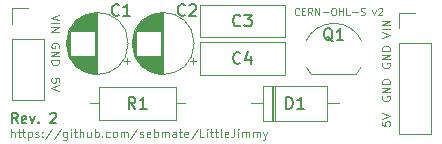
<source format=gbr>
%TF.GenerationSoftware,KiCad,Pcbnew,6.0.11+dfsg-1*%
%TF.CreationDate,2023-08-03T16:56:02+02:00*%
%TF.ProjectId,LittleJimmy,4c697474-6c65-44a6-996d-6d792e6b6963,2*%
%TF.SameCoordinates,Original*%
%TF.FileFunction,Legend,Top*%
%TF.FilePolarity,Positive*%
%FSLAX46Y46*%
G04 Gerber Fmt 4.6, Leading zero omitted, Abs format (unit mm)*
G04 Created by KiCad (PCBNEW 6.0.11+dfsg-1) date 2023-08-03 16:56:02*
%MOMM*%
%LPD*%
G01*
G04 APERTURE LIST*
%ADD10C,0.100000*%
%ADD11C,0.150000*%
%ADD12C,0.120000*%
G04 APERTURE END LIST*
D10*
X81023666Y-31881666D02*
X81723666Y-31648333D01*
X81023666Y-31415000D01*
X81723666Y-31181666D02*
X81023666Y-31181666D01*
X81723666Y-30848333D02*
X81023666Y-30848333D01*
X81723666Y-30448333D01*
X81023666Y-30448333D01*
X49635333Y-40321666D02*
X49635333Y-39621666D01*
X49935333Y-40321666D02*
X49935333Y-39955000D01*
X49902000Y-39888333D01*
X49835333Y-39855000D01*
X49735333Y-39855000D01*
X49668666Y-39888333D01*
X49635333Y-39921666D01*
X50168666Y-39855000D02*
X50435333Y-39855000D01*
X50268666Y-39621666D02*
X50268666Y-40221666D01*
X50302000Y-40288333D01*
X50368666Y-40321666D01*
X50435333Y-40321666D01*
X50568666Y-39855000D02*
X50835333Y-39855000D01*
X50668666Y-39621666D02*
X50668666Y-40221666D01*
X50702000Y-40288333D01*
X50768666Y-40321666D01*
X50835333Y-40321666D01*
X51068666Y-39855000D02*
X51068666Y-40555000D01*
X51068666Y-39888333D02*
X51135333Y-39855000D01*
X51268666Y-39855000D01*
X51335333Y-39888333D01*
X51368666Y-39921666D01*
X51402000Y-39988333D01*
X51402000Y-40188333D01*
X51368666Y-40255000D01*
X51335333Y-40288333D01*
X51268666Y-40321666D01*
X51135333Y-40321666D01*
X51068666Y-40288333D01*
X51668666Y-40288333D02*
X51735333Y-40321666D01*
X51868666Y-40321666D01*
X51935333Y-40288333D01*
X51968666Y-40221666D01*
X51968666Y-40188333D01*
X51935333Y-40121666D01*
X51868666Y-40088333D01*
X51768666Y-40088333D01*
X51702000Y-40055000D01*
X51668666Y-39988333D01*
X51668666Y-39955000D01*
X51702000Y-39888333D01*
X51768666Y-39855000D01*
X51868666Y-39855000D01*
X51935333Y-39888333D01*
X52268666Y-40255000D02*
X52302000Y-40288333D01*
X52268666Y-40321666D01*
X52235333Y-40288333D01*
X52268666Y-40255000D01*
X52268666Y-40321666D01*
X52268666Y-39888333D02*
X52302000Y-39921666D01*
X52268666Y-39955000D01*
X52235333Y-39921666D01*
X52268666Y-39888333D01*
X52268666Y-39955000D01*
X53102000Y-39588333D02*
X52502000Y-40488333D01*
X53835333Y-39588333D02*
X53235333Y-40488333D01*
X54368666Y-39855000D02*
X54368666Y-40421666D01*
X54335333Y-40488333D01*
X54302000Y-40521666D01*
X54235333Y-40555000D01*
X54135333Y-40555000D01*
X54068666Y-40521666D01*
X54368666Y-40288333D02*
X54302000Y-40321666D01*
X54168666Y-40321666D01*
X54102000Y-40288333D01*
X54068666Y-40255000D01*
X54035333Y-40188333D01*
X54035333Y-39988333D01*
X54068666Y-39921666D01*
X54102000Y-39888333D01*
X54168666Y-39855000D01*
X54302000Y-39855000D01*
X54368666Y-39888333D01*
X54702000Y-40321666D02*
X54702000Y-39855000D01*
X54702000Y-39621666D02*
X54668666Y-39655000D01*
X54702000Y-39688333D01*
X54735333Y-39655000D01*
X54702000Y-39621666D01*
X54702000Y-39688333D01*
X54935333Y-39855000D02*
X55202000Y-39855000D01*
X55035333Y-39621666D02*
X55035333Y-40221666D01*
X55068666Y-40288333D01*
X55135333Y-40321666D01*
X55202000Y-40321666D01*
X55435333Y-40321666D02*
X55435333Y-39621666D01*
X55735333Y-40321666D02*
X55735333Y-39955000D01*
X55702000Y-39888333D01*
X55635333Y-39855000D01*
X55535333Y-39855000D01*
X55468666Y-39888333D01*
X55435333Y-39921666D01*
X56368666Y-39855000D02*
X56368666Y-40321666D01*
X56068666Y-39855000D02*
X56068666Y-40221666D01*
X56102000Y-40288333D01*
X56168666Y-40321666D01*
X56268666Y-40321666D01*
X56335333Y-40288333D01*
X56368666Y-40255000D01*
X56702000Y-40321666D02*
X56702000Y-39621666D01*
X56702000Y-39888333D02*
X56768666Y-39855000D01*
X56902000Y-39855000D01*
X56968666Y-39888333D01*
X57002000Y-39921666D01*
X57035333Y-39988333D01*
X57035333Y-40188333D01*
X57002000Y-40255000D01*
X56968666Y-40288333D01*
X56902000Y-40321666D01*
X56768666Y-40321666D01*
X56702000Y-40288333D01*
X57335333Y-40255000D02*
X57368666Y-40288333D01*
X57335333Y-40321666D01*
X57301999Y-40288333D01*
X57335333Y-40255000D01*
X57335333Y-40321666D01*
X57968666Y-40288333D02*
X57902000Y-40321666D01*
X57768666Y-40321666D01*
X57701999Y-40288333D01*
X57668666Y-40255000D01*
X57635333Y-40188333D01*
X57635333Y-39988333D01*
X57668666Y-39921666D01*
X57701999Y-39888333D01*
X57768666Y-39855000D01*
X57902000Y-39855000D01*
X57968666Y-39888333D01*
X58368666Y-40321666D02*
X58302000Y-40288333D01*
X58268666Y-40255000D01*
X58235333Y-40188333D01*
X58235333Y-39988333D01*
X58268666Y-39921666D01*
X58302000Y-39888333D01*
X58368666Y-39855000D01*
X58468666Y-39855000D01*
X58535333Y-39888333D01*
X58568666Y-39921666D01*
X58602000Y-39988333D01*
X58602000Y-40188333D01*
X58568666Y-40255000D01*
X58535333Y-40288333D01*
X58468666Y-40321666D01*
X58368666Y-40321666D01*
X58902000Y-40321666D02*
X58902000Y-39855000D01*
X58902000Y-39921666D02*
X58935333Y-39888333D01*
X59002000Y-39855000D01*
X59102000Y-39855000D01*
X59168666Y-39888333D01*
X59202000Y-39955000D01*
X59202000Y-40321666D01*
X59202000Y-39955000D02*
X59235333Y-39888333D01*
X59302000Y-39855000D01*
X59402000Y-39855000D01*
X59468666Y-39888333D01*
X59502000Y-39955000D01*
X59502000Y-40321666D01*
X60335333Y-39588333D02*
X59735333Y-40488333D01*
X60535333Y-40288333D02*
X60602000Y-40321666D01*
X60735333Y-40321666D01*
X60802000Y-40288333D01*
X60835333Y-40221666D01*
X60835333Y-40188333D01*
X60802000Y-40121666D01*
X60735333Y-40088333D01*
X60635333Y-40088333D01*
X60568666Y-40055000D01*
X60535333Y-39988333D01*
X60535333Y-39955000D01*
X60568666Y-39888333D01*
X60635333Y-39855000D01*
X60735333Y-39855000D01*
X60802000Y-39888333D01*
X61402000Y-40288333D02*
X61335333Y-40321666D01*
X61202000Y-40321666D01*
X61135333Y-40288333D01*
X61102000Y-40221666D01*
X61102000Y-39955000D01*
X61135333Y-39888333D01*
X61202000Y-39855000D01*
X61335333Y-39855000D01*
X61402000Y-39888333D01*
X61435333Y-39955000D01*
X61435333Y-40021666D01*
X61102000Y-40088333D01*
X61735333Y-40321666D02*
X61735333Y-39621666D01*
X61735333Y-39888333D02*
X61802000Y-39855000D01*
X61935333Y-39855000D01*
X62002000Y-39888333D01*
X62035333Y-39921666D01*
X62068666Y-39988333D01*
X62068666Y-40188333D01*
X62035333Y-40255000D01*
X62002000Y-40288333D01*
X61935333Y-40321666D01*
X61802000Y-40321666D01*
X61735333Y-40288333D01*
X62368666Y-40321666D02*
X62368666Y-39855000D01*
X62368666Y-39921666D02*
X62402000Y-39888333D01*
X62468666Y-39855000D01*
X62568666Y-39855000D01*
X62635333Y-39888333D01*
X62668666Y-39955000D01*
X62668666Y-40321666D01*
X62668666Y-39955000D02*
X62702000Y-39888333D01*
X62768666Y-39855000D01*
X62868666Y-39855000D01*
X62935333Y-39888333D01*
X62968666Y-39955000D01*
X62968666Y-40321666D01*
X63602000Y-40321666D02*
X63602000Y-39955000D01*
X63568666Y-39888333D01*
X63502000Y-39855000D01*
X63368666Y-39855000D01*
X63302000Y-39888333D01*
X63602000Y-40288333D02*
X63535333Y-40321666D01*
X63368666Y-40321666D01*
X63302000Y-40288333D01*
X63268666Y-40221666D01*
X63268666Y-40155000D01*
X63302000Y-40088333D01*
X63368666Y-40055000D01*
X63535333Y-40055000D01*
X63602000Y-40021666D01*
X63835333Y-39855000D02*
X64102000Y-39855000D01*
X63935333Y-39621666D02*
X63935333Y-40221666D01*
X63968666Y-40288333D01*
X64035333Y-40321666D01*
X64102000Y-40321666D01*
X64602000Y-40288333D02*
X64535333Y-40321666D01*
X64402000Y-40321666D01*
X64335333Y-40288333D01*
X64302000Y-40221666D01*
X64302000Y-39955000D01*
X64335333Y-39888333D01*
X64402000Y-39855000D01*
X64535333Y-39855000D01*
X64602000Y-39888333D01*
X64635333Y-39955000D01*
X64635333Y-40021666D01*
X64302000Y-40088333D01*
X65435333Y-39588333D02*
X64835333Y-40488333D01*
X66002000Y-40321666D02*
X65668666Y-40321666D01*
X65668666Y-39621666D01*
X66235333Y-40321666D02*
X66235333Y-39855000D01*
X66235333Y-39621666D02*
X66202000Y-39655000D01*
X66235333Y-39688333D01*
X66268666Y-39655000D01*
X66235333Y-39621666D01*
X66235333Y-39688333D01*
X66468666Y-39855000D02*
X66735333Y-39855000D01*
X66568666Y-39621666D02*
X66568666Y-40221666D01*
X66602000Y-40288333D01*
X66668666Y-40321666D01*
X66735333Y-40321666D01*
X66868666Y-39855000D02*
X67135333Y-39855000D01*
X66968666Y-39621666D02*
X66968666Y-40221666D01*
X67002000Y-40288333D01*
X67068666Y-40321666D01*
X67135333Y-40321666D01*
X67468666Y-40321666D02*
X67402000Y-40288333D01*
X67368666Y-40221666D01*
X67368666Y-39621666D01*
X68002000Y-40288333D02*
X67935333Y-40321666D01*
X67802000Y-40321666D01*
X67735333Y-40288333D01*
X67702000Y-40221666D01*
X67702000Y-39955000D01*
X67735333Y-39888333D01*
X67802000Y-39855000D01*
X67935333Y-39855000D01*
X68002000Y-39888333D01*
X68035333Y-39955000D01*
X68035333Y-40021666D01*
X67702000Y-40088333D01*
X68535333Y-39621666D02*
X68535333Y-40121666D01*
X68502000Y-40221666D01*
X68435333Y-40288333D01*
X68335333Y-40321666D01*
X68268666Y-40321666D01*
X68868666Y-40321666D02*
X68868666Y-39855000D01*
X68868666Y-39621666D02*
X68835333Y-39655000D01*
X68868666Y-39688333D01*
X68902000Y-39655000D01*
X68868666Y-39621666D01*
X68868666Y-39688333D01*
X69202000Y-40321666D02*
X69202000Y-39855000D01*
X69202000Y-39921666D02*
X69235333Y-39888333D01*
X69302000Y-39855000D01*
X69402000Y-39855000D01*
X69468666Y-39888333D01*
X69502000Y-39955000D01*
X69502000Y-40321666D01*
X69502000Y-39955000D02*
X69535333Y-39888333D01*
X69602000Y-39855000D01*
X69702000Y-39855000D01*
X69768666Y-39888333D01*
X69802000Y-39955000D01*
X69802000Y-40321666D01*
X70135333Y-40321666D02*
X70135333Y-39855000D01*
X70135333Y-39921666D02*
X70168666Y-39888333D01*
X70235333Y-39855000D01*
X70335333Y-39855000D01*
X70402000Y-39888333D01*
X70435333Y-39955000D01*
X70435333Y-40321666D01*
X70435333Y-39955000D02*
X70468666Y-39888333D01*
X70535333Y-39855000D01*
X70635333Y-39855000D01*
X70702000Y-39888333D01*
X70735333Y-39955000D01*
X70735333Y-40321666D01*
X71002000Y-39855000D02*
X71168666Y-40321666D01*
X71335333Y-39855000D02*
X71168666Y-40321666D01*
X71102000Y-40488333D01*
X71068666Y-40521666D01*
X71002000Y-40555000D01*
D11*
X50206047Y-39119523D02*
X49922714Y-38714761D01*
X49720333Y-39119523D02*
X49720333Y-38269523D01*
X50044142Y-38269523D01*
X50125095Y-38310000D01*
X50165571Y-38350476D01*
X50206047Y-38431428D01*
X50206047Y-38552857D01*
X50165571Y-38633809D01*
X50125095Y-38674285D01*
X50044142Y-38714761D01*
X49720333Y-38714761D01*
X50894142Y-39079047D02*
X50813190Y-39119523D01*
X50651285Y-39119523D01*
X50570333Y-39079047D01*
X50529857Y-38998095D01*
X50529857Y-38674285D01*
X50570333Y-38593333D01*
X50651285Y-38552857D01*
X50813190Y-38552857D01*
X50894142Y-38593333D01*
X50934619Y-38674285D01*
X50934619Y-38755238D01*
X50529857Y-38836190D01*
X51217952Y-38552857D02*
X51420333Y-39119523D01*
X51622714Y-38552857D01*
X51946523Y-39038571D02*
X51987000Y-39079047D01*
X51946523Y-39119523D01*
X51906047Y-39079047D01*
X51946523Y-39038571D01*
X51946523Y-39119523D01*
X52958428Y-38350476D02*
X52998904Y-38310000D01*
X53079857Y-38269523D01*
X53282238Y-38269523D01*
X53363190Y-38310000D01*
X53403666Y-38350476D01*
X53444142Y-38431428D01*
X53444142Y-38512380D01*
X53403666Y-38633809D01*
X52917952Y-39119523D01*
X53444142Y-39119523D01*
D10*
X53723333Y-35680666D02*
X53723333Y-35347333D01*
X53390000Y-35314000D01*
X53423333Y-35347333D01*
X53456666Y-35414000D01*
X53456666Y-35580666D01*
X53423333Y-35647333D01*
X53390000Y-35680666D01*
X53323333Y-35714000D01*
X53156666Y-35714000D01*
X53090000Y-35680666D01*
X53056666Y-35647333D01*
X53023333Y-35580666D01*
X53023333Y-35414000D01*
X53056666Y-35347333D01*
X53090000Y-35314000D01*
X53723333Y-35914000D02*
X53023333Y-36147333D01*
X53723333Y-36380666D01*
X81057000Y-36855333D02*
X81023666Y-36922000D01*
X81023666Y-37022000D01*
X81057000Y-37122000D01*
X81123666Y-37188666D01*
X81190333Y-37222000D01*
X81323666Y-37255333D01*
X81423666Y-37255333D01*
X81557000Y-37222000D01*
X81623666Y-37188666D01*
X81690333Y-37122000D01*
X81723666Y-37022000D01*
X81723666Y-36955333D01*
X81690333Y-36855333D01*
X81657000Y-36822000D01*
X81423666Y-36822000D01*
X81423666Y-36955333D01*
X81723666Y-36522000D02*
X81023666Y-36522000D01*
X81723666Y-36122000D01*
X81023666Y-36122000D01*
X81723666Y-35788666D02*
X81023666Y-35788666D01*
X81023666Y-35622000D01*
X81057000Y-35522000D01*
X81123666Y-35455333D01*
X81190333Y-35422000D01*
X81323666Y-35388666D01*
X81423666Y-35388666D01*
X81557000Y-35422000D01*
X81623666Y-35455333D01*
X81690333Y-35522000D01*
X81723666Y-35622000D01*
X81723666Y-35788666D01*
X74000142Y-29932285D02*
X73971571Y-29960857D01*
X73885857Y-29989428D01*
X73828714Y-29989428D01*
X73743000Y-29960857D01*
X73685857Y-29903714D01*
X73657285Y-29846571D01*
X73628714Y-29732285D01*
X73628714Y-29646571D01*
X73657285Y-29532285D01*
X73685857Y-29475142D01*
X73743000Y-29418000D01*
X73828714Y-29389428D01*
X73885857Y-29389428D01*
X73971571Y-29418000D01*
X74000142Y-29446571D01*
X74257285Y-29675142D02*
X74457285Y-29675142D01*
X74543000Y-29989428D02*
X74257285Y-29989428D01*
X74257285Y-29389428D01*
X74543000Y-29389428D01*
X75143000Y-29989428D02*
X74943000Y-29703714D01*
X74800142Y-29989428D02*
X74800142Y-29389428D01*
X75028714Y-29389428D01*
X75085857Y-29418000D01*
X75114428Y-29446571D01*
X75143000Y-29503714D01*
X75143000Y-29589428D01*
X75114428Y-29646571D01*
X75085857Y-29675142D01*
X75028714Y-29703714D01*
X74800142Y-29703714D01*
X75400142Y-29989428D02*
X75400142Y-29389428D01*
X75743000Y-29989428D01*
X75743000Y-29389428D01*
X76028714Y-29760857D02*
X76485857Y-29760857D01*
X76885857Y-29389428D02*
X77000142Y-29389428D01*
X77057285Y-29418000D01*
X77114428Y-29475142D01*
X77143000Y-29589428D01*
X77143000Y-29789428D01*
X77114428Y-29903714D01*
X77057285Y-29960857D01*
X77000142Y-29989428D01*
X76885857Y-29989428D01*
X76828714Y-29960857D01*
X76771571Y-29903714D01*
X76743000Y-29789428D01*
X76743000Y-29589428D01*
X76771571Y-29475142D01*
X76828714Y-29418000D01*
X76885857Y-29389428D01*
X77400142Y-29989428D02*
X77400142Y-29389428D01*
X77400142Y-29675142D02*
X77743000Y-29675142D01*
X77743000Y-29989428D02*
X77743000Y-29389428D01*
X78314428Y-29989428D02*
X78028714Y-29989428D01*
X78028714Y-29389428D01*
X78514428Y-29760857D02*
X78971571Y-29760857D01*
X79228714Y-29960857D02*
X79314428Y-29989428D01*
X79457285Y-29989428D01*
X79514428Y-29960857D01*
X79543000Y-29932285D01*
X79571571Y-29875142D01*
X79571571Y-29818000D01*
X79543000Y-29760857D01*
X79514428Y-29732285D01*
X79457285Y-29703714D01*
X79343000Y-29675142D01*
X79285857Y-29646571D01*
X79257285Y-29618000D01*
X79228714Y-29560857D01*
X79228714Y-29503714D01*
X79257285Y-29446571D01*
X79285857Y-29418000D01*
X79343000Y-29389428D01*
X79485857Y-29389428D01*
X79571571Y-29418000D01*
X80228714Y-29589428D02*
X80371571Y-29989428D01*
X80514428Y-29589428D01*
X80714428Y-29446571D02*
X80743000Y-29418000D01*
X80800142Y-29389428D01*
X80943000Y-29389428D01*
X81000142Y-29418000D01*
X81028714Y-29446571D01*
X81057285Y-29503714D01*
X81057285Y-29560857D01*
X81028714Y-29646571D01*
X80685857Y-29989428D01*
X81057285Y-29989428D01*
X53723333Y-29967333D02*
X53023333Y-30200666D01*
X53723333Y-30434000D01*
X53023333Y-30667333D02*
X53723333Y-30667333D01*
X53023333Y-31000666D02*
X53723333Y-31000666D01*
X53023333Y-31400666D01*
X53723333Y-31400666D01*
X81057000Y-34061333D02*
X81023666Y-34128000D01*
X81023666Y-34228000D01*
X81057000Y-34328000D01*
X81123666Y-34394666D01*
X81190333Y-34428000D01*
X81323666Y-34461333D01*
X81423666Y-34461333D01*
X81557000Y-34428000D01*
X81623666Y-34394666D01*
X81690333Y-34328000D01*
X81723666Y-34228000D01*
X81723666Y-34161333D01*
X81690333Y-34061333D01*
X81657000Y-34028000D01*
X81423666Y-34028000D01*
X81423666Y-34161333D01*
X81723666Y-33728000D02*
X81023666Y-33728000D01*
X81723666Y-33328000D01*
X81023666Y-33328000D01*
X81723666Y-32994666D02*
X81023666Y-32994666D01*
X81023666Y-32828000D01*
X81057000Y-32728000D01*
X81123666Y-32661333D01*
X81190333Y-32628000D01*
X81323666Y-32594666D01*
X81423666Y-32594666D01*
X81557000Y-32628000D01*
X81623666Y-32661333D01*
X81690333Y-32728000D01*
X81723666Y-32828000D01*
X81723666Y-32994666D01*
X81023666Y-38995333D02*
X81023666Y-39328666D01*
X81357000Y-39362000D01*
X81323666Y-39328666D01*
X81290333Y-39262000D01*
X81290333Y-39095333D01*
X81323666Y-39028666D01*
X81357000Y-38995333D01*
X81423666Y-38962000D01*
X81590333Y-38962000D01*
X81657000Y-38995333D01*
X81690333Y-39028666D01*
X81723666Y-39095333D01*
X81723666Y-39262000D01*
X81690333Y-39328666D01*
X81657000Y-39362000D01*
X81023666Y-38762000D02*
X81723666Y-38528666D01*
X81023666Y-38295333D01*
X53690000Y-32740666D02*
X53723333Y-32674000D01*
X53723333Y-32574000D01*
X53690000Y-32474000D01*
X53623333Y-32407333D01*
X53556666Y-32374000D01*
X53423333Y-32340666D01*
X53323333Y-32340666D01*
X53190000Y-32374000D01*
X53123333Y-32407333D01*
X53056666Y-32474000D01*
X53023333Y-32574000D01*
X53023333Y-32640666D01*
X53056666Y-32740666D01*
X53090000Y-32774000D01*
X53323333Y-32774000D01*
X53323333Y-32640666D01*
X53023333Y-33074000D02*
X53723333Y-33074000D01*
X53023333Y-33474000D01*
X53723333Y-33474000D01*
X53023333Y-33807333D02*
X53723333Y-33807333D01*
X53723333Y-33974000D01*
X53690000Y-34074000D01*
X53623333Y-34140666D01*
X53556666Y-34174000D01*
X53423333Y-34207333D01*
X53323333Y-34207333D01*
X53190000Y-34174000D01*
X53123333Y-34140666D01*
X53056666Y-34074000D01*
X53023333Y-33974000D01*
X53023333Y-33807333D01*
D11*
%TO.C,Q1*%
X76866761Y-32191619D02*
X76771523Y-32144000D01*
X76676285Y-32048761D01*
X76533428Y-31905904D01*
X76438190Y-31858285D01*
X76342952Y-31858285D01*
X76390571Y-32096380D02*
X76295333Y-32048761D01*
X76200095Y-31953523D01*
X76152476Y-31763047D01*
X76152476Y-31429714D01*
X76200095Y-31239238D01*
X76295333Y-31144000D01*
X76390571Y-31096380D01*
X76581047Y-31096380D01*
X76676285Y-31144000D01*
X76771523Y-31239238D01*
X76819142Y-31429714D01*
X76819142Y-31763047D01*
X76771523Y-31953523D01*
X76676285Y-32048761D01*
X76581047Y-32096380D01*
X76390571Y-32096380D01*
X77771523Y-32096380D02*
X77200095Y-32096380D01*
X77485809Y-32096380D02*
X77485809Y-31096380D01*
X77390571Y-31239238D01*
X77295333Y-31334476D01*
X77200095Y-31382095D01*
%TO.C,C1*%
X58761333Y-29948142D02*
X58713714Y-29995761D01*
X58570857Y-30043380D01*
X58475619Y-30043380D01*
X58332761Y-29995761D01*
X58237523Y-29900523D01*
X58189904Y-29805285D01*
X58142285Y-29614809D01*
X58142285Y-29471952D01*
X58189904Y-29281476D01*
X58237523Y-29186238D01*
X58332761Y-29091000D01*
X58475619Y-29043380D01*
X58570857Y-29043380D01*
X58713714Y-29091000D01*
X58761333Y-29138619D01*
X59713714Y-30043380D02*
X59142285Y-30043380D01*
X59428000Y-30043380D02*
X59428000Y-29043380D01*
X59332761Y-29186238D01*
X59237523Y-29281476D01*
X59142285Y-29329095D01*
%TO.C,C3*%
X69048333Y-30837142D02*
X69000714Y-30884761D01*
X68857857Y-30932380D01*
X68762619Y-30932380D01*
X68619761Y-30884761D01*
X68524523Y-30789523D01*
X68476904Y-30694285D01*
X68429285Y-30503809D01*
X68429285Y-30360952D01*
X68476904Y-30170476D01*
X68524523Y-30075238D01*
X68619761Y-29980000D01*
X68762619Y-29932380D01*
X68857857Y-29932380D01*
X69000714Y-29980000D01*
X69048333Y-30027619D01*
X69381666Y-29932380D02*
X70000714Y-29932380D01*
X69667380Y-30313333D01*
X69810238Y-30313333D01*
X69905476Y-30360952D01*
X69953095Y-30408571D01*
X70000714Y-30503809D01*
X70000714Y-30741904D01*
X69953095Y-30837142D01*
X69905476Y-30884761D01*
X69810238Y-30932380D01*
X69524523Y-30932380D01*
X69429285Y-30884761D01*
X69381666Y-30837142D01*
%TO.C,C4*%
X69048333Y-34012142D02*
X69000714Y-34059761D01*
X68857857Y-34107380D01*
X68762619Y-34107380D01*
X68619761Y-34059761D01*
X68524523Y-33964523D01*
X68476904Y-33869285D01*
X68429285Y-33678809D01*
X68429285Y-33535952D01*
X68476904Y-33345476D01*
X68524523Y-33250238D01*
X68619761Y-33155000D01*
X68762619Y-33107380D01*
X68857857Y-33107380D01*
X69000714Y-33155000D01*
X69048333Y-33202619D01*
X69905476Y-33440714D02*
X69905476Y-34107380D01*
X69667380Y-33059761D02*
X69429285Y-33774047D01*
X70048333Y-33774047D01*
%TO.C,D1*%
X72921904Y-37917380D02*
X72921904Y-36917380D01*
X73160000Y-36917380D01*
X73302857Y-36965000D01*
X73398095Y-37060238D01*
X73445714Y-37155476D01*
X73493333Y-37345952D01*
X73493333Y-37488809D01*
X73445714Y-37679285D01*
X73398095Y-37774523D01*
X73302857Y-37869761D01*
X73160000Y-37917380D01*
X72921904Y-37917380D01*
X74445714Y-37917380D02*
X73874285Y-37917380D01*
X74160000Y-37917380D02*
X74160000Y-36917380D01*
X74064761Y-37060238D01*
X73969523Y-37155476D01*
X73874285Y-37203095D01*
%TO.C,R1*%
X60158333Y-37917380D02*
X59825000Y-37441190D01*
X59586904Y-37917380D02*
X59586904Y-36917380D01*
X59967857Y-36917380D01*
X60063095Y-36965000D01*
X60110714Y-37012619D01*
X60158333Y-37107857D01*
X60158333Y-37250714D01*
X60110714Y-37345952D01*
X60063095Y-37393571D01*
X59967857Y-37441190D01*
X59586904Y-37441190D01*
X61110714Y-37917380D02*
X60539285Y-37917380D01*
X60825000Y-37917380D02*
X60825000Y-36917380D01*
X60729761Y-37060238D01*
X60634523Y-37155476D01*
X60539285Y-37203095D01*
%TO.C,C2*%
X64349333Y-29948142D02*
X64301714Y-29995761D01*
X64158857Y-30043380D01*
X64063619Y-30043380D01*
X63920761Y-29995761D01*
X63825523Y-29900523D01*
X63777904Y-29805285D01*
X63730285Y-29614809D01*
X63730285Y-29471952D01*
X63777904Y-29281476D01*
X63825523Y-29186238D01*
X63920761Y-29091000D01*
X64063619Y-29043380D01*
X64158857Y-29043380D01*
X64301714Y-29091000D01*
X64349333Y-29138619D01*
X64730285Y-29138619D02*
X64777904Y-29091000D01*
X64873142Y-29043380D01*
X65111238Y-29043380D01*
X65206476Y-29091000D01*
X65254095Y-29138619D01*
X65301714Y-29233857D01*
X65301714Y-29329095D01*
X65254095Y-29471952D01*
X64682666Y-30043380D01*
X65301714Y-30043380D01*
D12*
%TO.C,Q1*%
X75022000Y-34974000D02*
X78872000Y-34974000D01*
X74639369Y-34396045D02*
G75*
G03*
X75022000Y-34974000I2322631J1122045D01*
G01*
X76962000Y-30674000D02*
G75*
G03*
X74605600Y-32175193I0J-2600000D01*
G01*
X78872000Y-34974000D02*
G75*
G03*
X79264383Y-34386264I-1910000J1700000D01*
G01*
X79318400Y-32175193D02*
G75*
G03*
X76962000Y-30674000I-2356400J-1098807D01*
G01*
%TO.C,C1*%
X55164600Y-34286000D02*
X55164600Y-33425000D01*
X54964600Y-31345000D02*
X54964600Y-30686000D01*
X55604600Y-31345000D02*
X55604600Y-30161000D01*
X54364600Y-32903000D02*
X54364600Y-31867000D01*
X54884600Y-31345000D02*
X54884600Y-30780000D01*
X55964600Y-34783000D02*
X55964600Y-33425000D01*
X55004600Y-34128000D02*
X55004600Y-33425000D01*
X55404600Y-34480000D02*
X55404600Y-33425000D01*
X56245600Y-34876000D02*
X56245600Y-33425000D01*
X56685600Y-31345000D02*
X56685600Y-29816000D01*
X56525600Y-34935000D02*
X56525600Y-33425000D01*
X56044600Y-34813000D02*
X56044600Y-33425000D01*
X56405600Y-31345000D02*
X56405600Y-29857000D01*
X54684600Y-31345000D02*
X54684600Y-31066000D01*
X55884600Y-34750000D02*
X55884600Y-33425000D01*
X54404600Y-33062000D02*
X54404600Y-31708000D01*
X55044600Y-34170000D02*
X55044600Y-33425000D01*
X56084600Y-34827000D02*
X56084600Y-33425000D01*
X54804600Y-33885000D02*
X54804600Y-33425000D01*
X54964600Y-34084000D02*
X54964600Y-33425000D01*
X55804600Y-34714000D02*
X55804600Y-33425000D01*
X55124600Y-34249000D02*
X55124600Y-33425000D01*
X54644600Y-33636000D02*
X54644600Y-33425000D01*
X56525600Y-31345000D02*
X56525600Y-29835000D01*
X56445600Y-34921000D02*
X56445600Y-33425000D01*
X55444600Y-31345000D02*
X55444600Y-30263000D01*
X54724600Y-31345000D02*
X54724600Y-31002000D01*
X56445600Y-31345000D02*
X56445600Y-29849000D01*
X54604600Y-33563000D02*
X54604600Y-31207000D01*
X56485600Y-34928000D02*
X56485600Y-33425000D01*
X54884600Y-33990000D02*
X54884600Y-33425000D01*
X55764600Y-31345000D02*
X55764600Y-30075000D01*
X55684600Y-34653000D02*
X55684600Y-33425000D01*
X55284600Y-34389000D02*
X55284600Y-33425000D01*
X56204600Y-31345000D02*
X56204600Y-29905000D01*
X55444600Y-34507000D02*
X55444600Y-33425000D01*
X54764600Y-33828000D02*
X54764600Y-33425000D01*
X55684600Y-31345000D02*
X55684600Y-30117000D01*
X55004600Y-31345000D02*
X55004600Y-30642000D01*
X55644600Y-34632000D02*
X55644600Y-33425000D01*
X55524600Y-31345000D02*
X55524600Y-30210000D01*
X55884600Y-31345000D02*
X55884600Y-30020000D01*
X54764600Y-31345000D02*
X54764600Y-30942000D01*
X55564600Y-34585000D02*
X55564600Y-33425000D01*
X56004600Y-34799000D02*
X56004600Y-33425000D01*
X54924600Y-31345000D02*
X54924600Y-30732000D01*
X56285600Y-34886000D02*
X56285600Y-33425000D01*
X55564600Y-31345000D02*
X55564600Y-30185000D01*
X55164600Y-31345000D02*
X55164600Y-30484000D01*
X56245600Y-31345000D02*
X56245600Y-29894000D01*
X55844600Y-31345000D02*
X55844600Y-30037000D01*
X55324600Y-31345000D02*
X55324600Y-30350000D01*
X55604600Y-34609000D02*
X55604600Y-33425000D01*
X55364600Y-31345000D02*
X55364600Y-30320000D01*
X55244600Y-34356000D02*
X55244600Y-33425000D01*
X55844600Y-34733000D02*
X55844600Y-33425000D01*
X56565600Y-31345000D02*
X56565600Y-29829000D01*
X55524600Y-34560000D02*
X55524600Y-33425000D01*
X55324600Y-34420000D02*
X55324600Y-33425000D01*
X56084600Y-31345000D02*
X56084600Y-29943000D01*
X56805600Y-34963000D02*
X56805600Y-29807000D01*
X56645600Y-31345000D02*
X56645600Y-29820000D01*
X55724600Y-34675000D02*
X55724600Y-33425000D01*
X54484600Y-33300000D02*
X54484600Y-31470000D01*
X56405600Y-34913000D02*
X56405600Y-33425000D01*
X56925600Y-34965000D02*
X56925600Y-29805000D01*
X55404600Y-31345000D02*
X55404600Y-30290000D01*
X56605600Y-34946000D02*
X56605600Y-33425000D01*
X56645600Y-34950000D02*
X56645600Y-33425000D01*
X54324600Y-32669000D02*
X54324600Y-32101000D01*
X55924600Y-31345000D02*
X55924600Y-30003000D01*
X55364600Y-34450000D02*
X55364600Y-33425000D01*
X55244600Y-31345000D02*
X55244600Y-30414000D01*
X55644600Y-31345000D02*
X55644600Y-30138000D01*
X54564600Y-33483000D02*
X54564600Y-31287000D01*
X56124600Y-31345000D02*
X56124600Y-29930000D01*
X54444600Y-33190000D02*
X54444600Y-31580000D01*
X56325600Y-34896000D02*
X56325600Y-33425000D01*
X55204600Y-34322000D02*
X55204600Y-33425000D01*
X56044600Y-31345000D02*
X56044600Y-29957000D01*
X56325600Y-31345000D02*
X56325600Y-29874000D01*
X56765600Y-34961000D02*
X56765600Y-29809000D01*
X56725600Y-34958000D02*
X56725600Y-29812000D01*
X54684600Y-33704000D02*
X54684600Y-33425000D01*
X55484600Y-31345000D02*
X55484600Y-30236000D01*
X59730375Y-33860000D02*
X59230375Y-33860000D01*
X55484600Y-34534000D02*
X55484600Y-33425000D01*
X56885600Y-34965000D02*
X56885600Y-29805000D01*
X56164600Y-34853000D02*
X56164600Y-33425000D01*
X56285600Y-31345000D02*
X56285600Y-29884000D01*
X54924600Y-34038000D02*
X54924600Y-33425000D01*
X55804600Y-31345000D02*
X55804600Y-30056000D01*
X55044600Y-31345000D02*
X55044600Y-30600000D01*
X55284600Y-31345000D02*
X55284600Y-30381000D01*
X54644600Y-31345000D02*
X54644600Y-31134000D01*
X54724600Y-33768000D02*
X54724600Y-33425000D01*
X56365600Y-31345000D02*
X56365600Y-29865000D01*
X55084600Y-31345000D02*
X55084600Y-30559000D01*
X56605600Y-31345000D02*
X56605600Y-29824000D01*
X56204600Y-34865000D02*
X56204600Y-33425000D01*
X55964600Y-31345000D02*
X55964600Y-29987000D01*
X54844600Y-31345000D02*
X54844600Y-30831000D01*
X55204600Y-31345000D02*
X55204600Y-30448000D01*
X55924600Y-34767000D02*
X55924600Y-33425000D01*
X59480375Y-34110000D02*
X59480375Y-33610000D01*
X54844600Y-33939000D02*
X54844600Y-33425000D01*
X56565600Y-34941000D02*
X56565600Y-33425000D01*
X56845600Y-34964000D02*
X56845600Y-29806000D01*
X55764600Y-34695000D02*
X55764600Y-33425000D01*
X54524600Y-33396000D02*
X54524600Y-31374000D01*
X55084600Y-34211000D02*
X55084600Y-33425000D01*
X56164600Y-31345000D02*
X56164600Y-29917000D01*
X56365600Y-34905000D02*
X56365600Y-33425000D01*
X54804600Y-31345000D02*
X54804600Y-30885000D01*
X56124600Y-34840000D02*
X56124600Y-33425000D01*
X55124600Y-31345000D02*
X55124600Y-30521000D01*
X55724600Y-31345000D02*
X55724600Y-30095000D01*
X56004600Y-31345000D02*
X56004600Y-29971000D01*
X56685600Y-34954000D02*
X56685600Y-33425000D01*
X56485600Y-31345000D02*
X56485600Y-29842000D01*
X59545600Y-32385000D02*
G75*
G03*
X59545600Y-32385000I-2620000J0D01*
G01*
%TO.C,C3*%
X72835000Y-29110000D02*
X72835000Y-31850000D01*
X65595000Y-29110000D02*
X72835000Y-29110000D01*
X65595000Y-29110000D02*
X65595000Y-31850000D01*
X65595000Y-31850000D02*
X72835000Y-31850000D01*
%TO.C,J1*%
X52384000Y-32019000D02*
X52384000Y-37159000D01*
X49724000Y-37159000D02*
X52384000Y-37159000D01*
X49724000Y-29419000D02*
X51054000Y-29419000D01*
X49724000Y-32019000D02*
X49724000Y-37159000D01*
X49724000Y-30749000D02*
X49724000Y-29419000D01*
X49724000Y-32019000D02*
X52384000Y-32019000D01*
%TO.C,C4*%
X65595000Y-35025000D02*
X72835000Y-35025000D01*
X65595000Y-32285000D02*
X72835000Y-32285000D01*
X72835000Y-32285000D02*
X72835000Y-35025000D01*
X65595000Y-32285000D02*
X65595000Y-35025000D01*
%TO.C,D1*%
X69920000Y-37465000D02*
X70940000Y-37465000D01*
X71720000Y-35995000D02*
X71720000Y-38935000D01*
X76380000Y-35995000D02*
X70940000Y-35995000D01*
X76380000Y-38935000D02*
X76380000Y-35995000D01*
X71840000Y-35995000D02*
X71840000Y-38935000D01*
X70940000Y-38935000D02*
X76380000Y-38935000D01*
X71960000Y-35995000D02*
X71960000Y-38935000D01*
X77400000Y-37465000D02*
X76380000Y-37465000D01*
X70940000Y-35995000D02*
X70940000Y-38935000D01*
%TO.C,R1*%
X57055000Y-38835000D02*
X63595000Y-38835000D01*
X57055000Y-36095000D02*
X57055000Y-38835000D01*
X56285000Y-37465000D02*
X57055000Y-37465000D01*
X63595000Y-36095000D02*
X57055000Y-36095000D01*
X63595000Y-38835000D02*
X63595000Y-36095000D01*
X64365000Y-37465000D02*
X63595000Y-37465000D01*
%TO.C,C2*%
X65058775Y-34110000D02*
X65058775Y-33610000D01*
X61343000Y-31345000D02*
X61343000Y-30075000D01*
X62104000Y-31345000D02*
X62104000Y-29835000D01*
X59983000Y-33062000D02*
X59983000Y-31708000D01*
X60863000Y-31345000D02*
X60863000Y-30381000D01*
X60703000Y-34249000D02*
X60703000Y-33425000D01*
X62264000Y-31345000D02*
X62264000Y-29816000D01*
X61864000Y-31345000D02*
X61864000Y-29884000D01*
X65308775Y-33860000D02*
X64808775Y-33860000D01*
X62104000Y-34935000D02*
X62104000Y-33425000D01*
X60303000Y-31345000D02*
X60303000Y-31002000D01*
X61703000Y-31345000D02*
X61703000Y-29930000D01*
X62384000Y-34963000D02*
X62384000Y-29807000D01*
X60583000Y-31345000D02*
X60583000Y-30642000D01*
X60943000Y-34450000D02*
X60943000Y-33425000D01*
X61623000Y-34813000D02*
X61623000Y-33425000D01*
X61503000Y-34767000D02*
X61503000Y-33425000D01*
X60903000Y-31345000D02*
X60903000Y-30350000D01*
X61263000Y-34653000D02*
X61263000Y-33425000D01*
X60663000Y-31345000D02*
X60663000Y-30559000D01*
X61023000Y-34507000D02*
X61023000Y-33425000D01*
X60783000Y-31345000D02*
X60783000Y-30448000D01*
X61383000Y-34714000D02*
X61383000Y-33425000D01*
X61303000Y-31345000D02*
X61303000Y-30095000D01*
X60343000Y-31345000D02*
X60343000Y-30942000D01*
X60663000Y-34211000D02*
X60663000Y-33425000D01*
X61103000Y-34560000D02*
X61103000Y-33425000D01*
X60463000Y-31345000D02*
X60463000Y-30780000D01*
X61824000Y-34876000D02*
X61824000Y-33425000D01*
X61904000Y-31345000D02*
X61904000Y-29874000D01*
X61663000Y-31345000D02*
X61663000Y-29943000D01*
X60183000Y-33563000D02*
X60183000Y-31207000D01*
X60383000Y-33885000D02*
X60383000Y-33425000D01*
X61543000Y-31345000D02*
X61543000Y-29987000D01*
X61343000Y-34695000D02*
X61343000Y-33425000D01*
X61783000Y-34865000D02*
X61783000Y-33425000D01*
X61743000Y-31345000D02*
X61743000Y-29917000D01*
X62264000Y-34954000D02*
X62264000Y-33425000D01*
X61984000Y-31345000D02*
X61984000Y-29857000D01*
X61944000Y-31345000D02*
X61944000Y-29865000D01*
X61183000Y-34609000D02*
X61183000Y-33425000D01*
X61503000Y-31345000D02*
X61503000Y-30003000D01*
X61623000Y-31345000D02*
X61623000Y-29957000D01*
X60423000Y-31345000D02*
X60423000Y-30831000D01*
X61944000Y-34905000D02*
X61944000Y-33425000D01*
X61383000Y-31345000D02*
X61383000Y-30056000D01*
X61743000Y-34853000D02*
X61743000Y-33425000D01*
X62344000Y-34961000D02*
X62344000Y-29809000D01*
X62224000Y-34950000D02*
X62224000Y-33425000D01*
X60983000Y-31345000D02*
X60983000Y-30290000D01*
X62304000Y-34958000D02*
X62304000Y-29812000D01*
X61463000Y-31345000D02*
X61463000Y-30020000D01*
X61303000Y-34675000D02*
X61303000Y-33425000D01*
X61864000Y-34886000D02*
X61864000Y-33425000D01*
X60143000Y-33483000D02*
X60143000Y-31287000D01*
X61904000Y-34896000D02*
X61904000Y-33425000D01*
X62504000Y-34965000D02*
X62504000Y-29805000D01*
X61703000Y-34840000D02*
X61703000Y-33425000D01*
X60543000Y-31345000D02*
X60543000Y-30686000D01*
X62144000Y-31345000D02*
X62144000Y-29829000D01*
X61423000Y-31345000D02*
X61423000Y-30037000D01*
X59903000Y-32669000D02*
X59903000Y-32101000D01*
X60743000Y-31345000D02*
X60743000Y-30484000D01*
X60463000Y-33990000D02*
X60463000Y-33425000D01*
X60903000Y-34420000D02*
X60903000Y-33425000D01*
X59943000Y-32903000D02*
X59943000Y-31867000D01*
X60023000Y-33190000D02*
X60023000Y-31580000D01*
X60943000Y-31345000D02*
X60943000Y-30320000D01*
X62144000Y-34941000D02*
X62144000Y-33425000D01*
X61543000Y-34783000D02*
X61543000Y-33425000D01*
X61824000Y-31345000D02*
X61824000Y-29894000D01*
X60543000Y-34084000D02*
X60543000Y-33425000D01*
X62464000Y-34965000D02*
X62464000Y-29805000D01*
X61463000Y-34750000D02*
X61463000Y-33425000D01*
X60703000Y-31345000D02*
X60703000Y-30521000D01*
X60983000Y-34480000D02*
X60983000Y-33425000D01*
X62184000Y-31345000D02*
X62184000Y-29824000D01*
X60063000Y-33300000D02*
X60063000Y-31470000D01*
X60223000Y-31345000D02*
X60223000Y-31134000D01*
X60863000Y-34389000D02*
X60863000Y-33425000D01*
X61063000Y-31345000D02*
X61063000Y-30236000D01*
X61263000Y-31345000D02*
X61263000Y-30117000D01*
X60103000Y-33396000D02*
X60103000Y-31374000D01*
X61663000Y-34827000D02*
X61663000Y-33425000D01*
X60503000Y-31345000D02*
X60503000Y-30732000D01*
X60303000Y-33768000D02*
X60303000Y-33425000D01*
X60383000Y-31345000D02*
X60383000Y-30885000D01*
X62064000Y-34928000D02*
X62064000Y-33425000D01*
X60743000Y-34286000D02*
X60743000Y-33425000D01*
X61583000Y-34799000D02*
X61583000Y-33425000D01*
X61103000Y-31345000D02*
X61103000Y-30210000D01*
X62024000Y-31345000D02*
X62024000Y-29849000D01*
X61423000Y-34733000D02*
X61423000Y-33425000D01*
X61063000Y-34534000D02*
X61063000Y-33425000D01*
X60623000Y-34170000D02*
X60623000Y-33425000D01*
X62424000Y-34964000D02*
X62424000Y-29806000D01*
X60823000Y-31345000D02*
X60823000Y-30414000D01*
X60823000Y-34356000D02*
X60823000Y-33425000D01*
X60223000Y-33636000D02*
X60223000Y-33425000D01*
X62024000Y-34921000D02*
X62024000Y-33425000D01*
X61143000Y-31345000D02*
X61143000Y-30185000D01*
X61223000Y-34632000D02*
X61223000Y-33425000D01*
X62224000Y-31345000D02*
X62224000Y-29820000D01*
X60623000Y-31345000D02*
X60623000Y-30600000D01*
X61023000Y-31345000D02*
X61023000Y-30263000D01*
X62184000Y-34946000D02*
X62184000Y-33425000D01*
X61223000Y-31345000D02*
X61223000Y-30138000D01*
X60503000Y-34038000D02*
X60503000Y-33425000D01*
X60423000Y-33939000D02*
X60423000Y-33425000D01*
X60263000Y-33704000D02*
X60263000Y-33425000D01*
X62064000Y-31345000D02*
X62064000Y-29842000D01*
X60263000Y-31345000D02*
X60263000Y-31066000D01*
X60783000Y-34322000D02*
X60783000Y-33425000D01*
X61583000Y-31345000D02*
X61583000Y-29971000D01*
X61143000Y-34585000D02*
X61143000Y-33425000D01*
X61183000Y-31345000D02*
X61183000Y-30161000D01*
X61783000Y-31345000D02*
X61783000Y-29905000D01*
X60583000Y-34128000D02*
X60583000Y-33425000D01*
X60343000Y-33828000D02*
X60343000Y-33425000D01*
X61984000Y-34913000D02*
X61984000Y-33425000D01*
X65124000Y-32385000D02*
G75*
G03*
X65124000Y-32385000I-2620000J0D01*
G01*
%TO.C,J2*%
X82490000Y-32385000D02*
X85150000Y-32385000D01*
X85150000Y-32385000D02*
X85150000Y-40065000D01*
X82490000Y-40065000D02*
X85150000Y-40065000D01*
X82490000Y-29785000D02*
X83820000Y-29785000D01*
X82490000Y-31115000D02*
X82490000Y-29785000D01*
X82490000Y-32385000D02*
X82490000Y-40065000D01*
%TD*%
M02*

</source>
